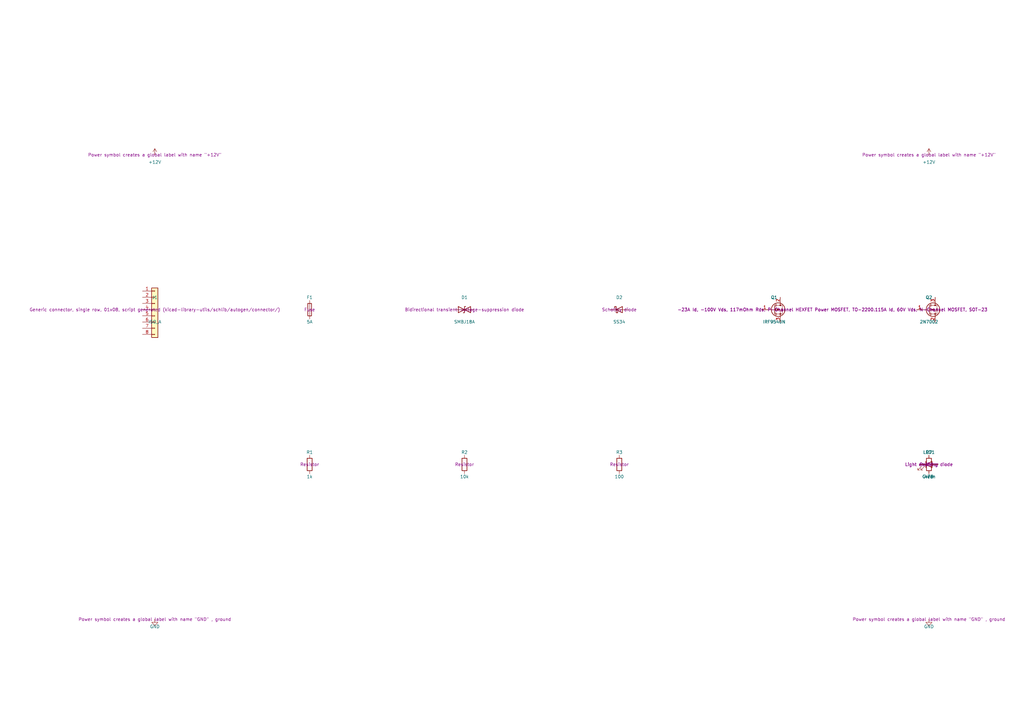
<source format=kicad_sch>
(kicad_sch (version 20250114) (generator "eeschema") (generator_version "9.0")
  (paper "A3")
  (title_block (title "WRX Power & CAN HAT") (date "2026-02-02T00:08:32.410828") (rev "1.0") (company "Auto-generated by Python"))
  (lib_symbols
    (symbol "Connector:Screw_Terminal_01x02" (pin_names (offset 1.016) (hide yes))
      (property "Reference" "J" (at 0 2.54 0))
      (property "Value" "Screw_Terminal_01x02" (at 0 -5.08 0))
      (symbol "Screw_Terminal_01x02_1_1"
        (rectangle (start -1.27 1.27) (end 1.27 -3.81) (stroke (width 0.254)) (fill (type background)))
        (polyline (pts (xy -0.5334 0.3302) (xy 0.3302 -0.508)) (stroke (width 0.1524)))
        (polyline (pts (xy -0.5334 -2.2098) (xy 0.3302 -3.048)) (stroke (width 0.1524)))
        (polyline (pts (xy -0.3556 0.508) (xy 0.508 -0.3302)) (stroke (width 0.1524)))
        (polyline (pts (xy -0.3556 -2.032) (xy 0.508 -2.8702)) (stroke (width 0.1524)))
        (circle (center 0 0) (radius 0.635) (stroke (width 0.1524)))
        (circle (center 0 -2.54) (radius 0.635) (stroke (width 0.1524)))
        (pin passive line (at -5.08 0 0) (length 3.81) (name "Pin_1") (number "1"))
        (pin passive line (at -5.08 -2.54 0) (length 3.81) (name "Pin_2") (number "2"))
      )
    )
    (symbol "Connector_Generic:Conn_01x02" (pin_names (offset 1.016) (hide yes))
      (property "Reference" "J" (at 0 2.54 0))
      (property "Value" "Conn_01x02" (at 0 -5.08 0))
      (symbol "Conn_01x02_1_1"
        (rectangle (start -1.27 1.27) (end 1.27 -3.81) (stroke (width 0.254)) (fill (type background)))
        (rectangle (start -1.27 0.127) (end 0 -0.127) (stroke (width 0.1524)))
        (rectangle (start -1.27 -2.413) (end 0 -2.667) (stroke (width 0.1524)))
        (pin passive line (at -5.08 0 0) (length 3.81) (name "Pin_1") (number "1"))
        (pin passive line (at -5.08 -2.54 0) (length 3.81) (name "Pin_2") (number "2"))
      )
    )
    (symbol "Connector_Generic:Conn_01x03" (pin_names (offset 1.016) (hide yes))
      (property "Reference" "J" (at 0 5.08 0))
      (property "Value" "Conn_01x03" (at 0 -5.08 0))
      (symbol "Conn_01x03_1_1"
        (rectangle (start -1.27 3.81) (end 1.27 -3.81) (stroke (width 0.254)) (fill (type background)))
        (rectangle (start -1.27 2.667) (end 0 2.413) (stroke (width 0.1524)))
        (rectangle (start -1.27 0.127) (end 0 -0.127) (stroke (width 0.1524)))
        (rectangle (start -1.27 -2.413) (end 0 -2.667) (stroke (width 0.1524)))
        (pin passive line (at -5.08 2.54 0) (length 3.81) (name "Pin_1") (number "1"))
        (pin passive line (at -5.08 0 0) (length 3.81) (name "Pin_2") (number "2"))
        (pin passive line (at -5.08 -2.54 0) (length 3.81) (name "Pin_3") (number "3"))
      )
    )
    (symbol "Connector_Generic:Conn_01x06" (pin_names (offset 1.016) (hide yes))
      (property "Reference" "J" (at 0 7.62 0))
      (property "Value" "Conn_01x06" (at 0 -10.16 0))
      (symbol "Conn_01x06_1_1"
        (rectangle (start -1.27 6.35) (end 1.27 -8.89) (stroke (width 0.254)) (fill (type background)))
        (rectangle (start -1.27 5.207) (end 0 4.953) (stroke (width 0.1524)))
        (rectangle (start -1.27 2.667) (end 0 2.413) (stroke (width 0.1524)))
        (rectangle (start -1.27 0.127) (end 0 -0.127) (stroke (width 0.1524)))
        (rectangle (start -1.27 -2.413) (end 0 -2.667) (stroke (width 0.1524)))
        (rectangle (start -1.27 -4.953) (end 0 -5.207) (stroke (width 0.1524)))
        (rectangle (start -1.27 -7.493) (end 0 -7.747) (stroke (width 0.1524)))
        (pin passive line (at -5.08 5.08 0) (length 3.81) (name "Pin_1") (number "1"))
        (pin passive line (at -5.08 2.54 0) (length 3.81) (name "Pin_2") (number "2"))
        (pin passive line (at -5.08 0 0) (length 3.81) (name "Pin_3") (number "3"))
        (pin passive line (at -5.08 -2.54 0) (length 3.81) (name "Pin_4") (number "4"))
        (pin passive line (at -5.08 -5.08 0) (length 3.81) (name "Pin_5") (number "5"))
        (pin passive line (at -5.08 -7.62 0) (length 3.81) (name "Pin_6") (number "6"))
      )
    )
    (symbol "Connector_Generic:Conn_01x08" (pin_names (offset 1.016) (hide yes))
      (property "Reference" "J" (at 0 10.16 0))
      (property "Value" "Conn_01x08" (at 0 -12.7 0))
      (symbol "Conn_01x08_1_1"
        (rectangle (start -1.27 8.89) (end 1.27 -11.43) (stroke (width 0.254)) (fill (type background)))
        (rectangle (start -1.27 7.747) (end 0 7.493) (stroke (width 0.1524)))
        (rectangle (start -1.27 5.207) (end 0 4.953) (stroke (width 0.1524)))
        (rectangle (start -1.27 2.667) (end 0 2.413) (stroke (width 0.1524)))
        (rectangle (start -1.27 0.127) (end 0 -0.127) (stroke (width 0.1524)))
        (rectangle (start -1.27 -2.413) (end 0 -2.667) (stroke (width 0.1524)))
        (rectangle (start -1.27 -4.953) (end 0 -5.207) (stroke (width 0.1524)))
        (rectangle (start -1.27 -7.493) (end 0 -7.747) (stroke (width 0.1524)))
        (rectangle (start -1.27 -10.033) (end 0 -10.287) (stroke (width 0.1524)))
        (pin passive line (at -5.08 7.62 0) (length 3.81) (name "Pin_1") (number "1"))
        (pin passive line (at -5.08 5.08 0) (length 3.81) (name "Pin_2") (number "2"))
        (pin passive line (at -5.08 2.54 0) (length 3.81) (name "Pin_3") (number "3"))
        (pin passive line (at -5.08 0 0) (length 3.81) (name "Pin_4") (number "4"))
        (pin passive line (at -5.08 -2.54 0) (length 3.81) (name "Pin_5") (number "5"))
        (pin passive line (at -5.08 -5.08 0) (length 3.81) (name "Pin_6") (number "6"))
        (pin passive line (at -5.08 -7.62 0) (length 3.81) (name "Pin_7") (number "7"))
        (pin passive line (at -5.08 -10.16 0) (length 3.81) (name "Pin_8") (number "8"))
      )
    )
    (symbol "Connector_Generic:Conn_01x16" (pin_names (offset 1.016) (hide yes))
      (property "Reference" "J" (at 0 20.32 0))
      (property "Value" "Conn_01x16" (at 0 -22.86 0))
      (symbol "Conn_01x16_1_1"
        (rectangle (start -1.27 19.05) (end 1.27 -21.59) (stroke (width 0.254)) (fill (type background)))
        (rectangle (start -1.27 17.907) (end 0 17.653) (stroke (width 0.1524)))
        (rectangle (start -1.27 15.367) (end 0 15.113) (stroke (width 0.1524)))
        (rectangle (start -1.27 12.827) (end 0 12.573) (stroke (width 0.1524)))
        (rectangle (start -1.27 10.287) (end 0 10.033) (stroke (width 0.1524)))
        (rectangle (start -1.27 7.747) (end 0 7.493) (stroke (width 0.1524)))
        (rectangle (start -1.27 5.207) (end 0 4.953) (stroke (width 0.1524)))
        (rectangle (start -1.27 2.667) (end 0 2.413) (stroke (width 0.1524)))
        (rectangle (start -1.27 0.127) (end 0 -0.127) (stroke (width 0.1524)))
        (rectangle (start -1.27 -2.413) (end 0 -2.667) (stroke (width 0.1524)))
        (rectangle (start -1.27 -4.953) (end 0 -5.207) (stroke (width 0.1524)))
        (rectangle (start -1.27 -7.493) (end 0 -7.747) (stroke (width 0.1524)))
        (rectangle (start -1.27 -10.033) (end 0 -10.287) (stroke (width 0.1524)))
        (rectangle (start -1.27 -12.573) (end 0 -12.827) (stroke (width 0.1524)))
        (rectangle (start -1.27 -15.113) (end 0 -15.367) (stroke (width 0.1524)))
        (rectangle (start -1.27 -17.653) (end 0 -17.907) (stroke (width 0.1524)))
        (rectangle (start -1.27 -20.193) (end 0 -20.447) (stroke (width 0.1524)))
        (pin passive line (at -5.08 17.78 0) (length 3.81) (name "Pin_1") (number "1"))
        (pin passive line (at -5.08 15.24 0) (length 3.81) (name "Pin_2") (number "2"))
        (pin passive line (at -5.08 12.7 0) (length 3.81) (name "Pin_3") (number "3"))
        (pin passive line (at -5.08 10.16 0) (length 3.81) (name "Pin_4") (number "4"))
        (pin passive line (at -5.08 7.62 0) (length 3.81) (name "Pin_5") (number "5"))
        (pin passive line (at -5.08 5.08 0) (length 3.81) (name "Pin_6") (number "6"))
        (pin passive line (at -5.08 2.54 0) (length 3.81) (name "Pin_7") (number "7"))
        (pin passive line (at -5.08 0 0) (length 3.81) (name "Pin_8") (number "8"))
        (pin passive line (at -5.08 -2.54 0) (length 3.81) (name "Pin_9") (number "9"))
        (pin passive line (at -5.08 -5.08 0) (length 3.81) (name "Pin_10") (number "10"))
        (pin passive line (at -5.08 -7.62 0) (length 3.81) (name "Pin_11") (number "11"))
        (pin passive line (at -5.08 -10.16 0) (length 3.81) (name "Pin_12") (number "12"))
        (pin passive line (at -5.08 -12.7 0) (length 3.81) (name "Pin_13") (number "13"))
        (pin passive line (at -5.08 -15.24 0) (length 3.81) (name "Pin_14") (number "14"))
        (pin passive line (at -5.08 -17.78 0) (length 3.81) (name "Pin_15") (number "15"))
        (pin passive line (at -5.08 -20.32 0) (length 3.81) (name "Pin_16") (number "16"))
      )
    )
    (symbol "Connector_Generic:Conn_02x03_Odd_Even" (pin_names (offset 1.016) (hide yes))
      (property "Reference" "J" (at 1.27 5.08 0))
      (property "Value" "Conn_02x03_Odd_Even" (at 1.27 -5.08 0))
      (symbol "Conn_02x03_Odd_Even_1_1"
        (rectangle (start -1.27 3.81) (end 3.81 -3.81) (stroke (width 0.254)) (fill (type background)))
        (rectangle (start -1.27 2.667) (end 0 2.413) (stroke (width 0.1524)))
        (rectangle (start -1.27 0.127) (end 0 -0.127) (stroke (width 0.1524)))
        (rectangle (start -1.27 -2.413) (end 0 -2.667) (stroke (width 0.1524)))
        (rectangle (start 3.81 2.667) (end 2.54 2.413) (stroke (width 0.1524)))
        (rectangle (start 3.81 0.127) (end 2.54 -0.127) (stroke (width 0.1524)))
        (rectangle (start 3.81 -2.413) (end 2.54 -2.667) (stroke (width 0.1524)))
        (pin passive line (at -5.08 2.54 0) (length 3.81) (name "Pin_1") (number "1"))
        (pin passive line (at -5.08 0 0) (length 3.81) (name "Pin_3") (number "3"))
        (pin passive line (at -5.08 -2.54 0) (length 3.81) (name "Pin_5") (number "5"))
        (pin passive line (at 7.62 2.54 180) (length 3.81) (name "Pin_2") (number "2"))
        (pin passive line (at 7.62 0 180) (length 3.81) (name "Pin_4") (number "4"))
        (pin passive line (at 7.62 -2.54 180) (length 3.81) (name "Pin_6") (number "6"))
      )
    )
    (symbol "Connector_Generic:Conn_02x20_Odd_Even" (pin_names (offset 1.016) (hide yes))
      (property "Reference" "J" (at 1.27 25.4 0))
      (property "Value" "Conn_02x20_Odd_Even" (at 1.27 -27.94 0))
      (symbol "Conn_02x20_Odd_Even_1_1"
        (rectangle (start -1.27 24.13) (end 3.81 -26.67) (stroke (width 0.254)) (fill (type background)))
        (rectangle (start -1.27 22.987) (end 0 22.733) (stroke (width 0.1524)))
        (rectangle (start -1.27 20.447) (end 0 20.193) (stroke (width 0.1524)))
        (rectangle (start -1.27 17.907) (end 0 17.653) (stroke (width 0.1524)))
        (rectangle (start -1.27 15.367) (end 0 15.113) (stroke (width 0.1524)))
        (rectangle (start -1.27 12.827) (end 0 12.573) (stroke (width 0.1524)))
        (rectangle (start -1.27 10.287) (end 0 10.033) (stroke (width 0.1524)))
        (rectangle (start -1.27 7.747) (end 0 7.493) (stroke (width 0.1524)))
        (rectangle (start -1.27 5.207) (end 0 4.953) (stroke (width 0.1524)))
        (rectangle (start -1.27 2.667) (end 0 2.413) (stroke (width 0.1524)))
        (rectangle (start -1.27 0.127) (end 0 -0.127) (stroke (width 0.1524)))
        (rectangle (start -1.27 -2.413) (end 0 -2.667) (stroke (width 0.1524)))
        (rectangle (start -1.27 -4.953) (end 0 -5.207) (stroke (width 0.1524)))
        (rectangle (start -1.27 -7.493) (end 0 -7.747) (stroke (width 0.1524)))
        (rectangle (start -1.27 -10.033) (end 0 -10.287) (stroke (width 0.1524)))
        (rectangle (start -1.27 -12.573) (end 0 -12.827) (stroke (width 0.1524)))
        (rectangle (start -1.27 -15.113) (end 0 -15.367) (stroke (width 0.1524)))
        (rectangle (start -1.27 -17.653) (end 0 -17.907) (stroke (width 0.1524)))
        (rectangle (start -1.27 -20.193) (end 0 -20.447) (stroke (width 0.1524)))
        (rectangle (start -1.27 -22.733) (end 0 -22.987) (stroke (width 0.1524)))
        (rectangle (start -1.27 -25.273) (end 0 -25.527) (stroke (width 0.1524)))
        (rectangle (start 3.81 22.987) (end 2.54 22.733) (stroke (width 0.1524)))
        (rectangle (start 3.81 20.447) (end 2.54 20.193) (stroke (width 0.1524)))
        (rectangle (start 3.81 17.907) (end 2.54 17.653) (stroke (width 0.1524)))
        (rectangle (start 3.81 15.367) (end 2.54 15.113) (stroke (width 0.1524)))
        (rectangle (start 3.81 12.827) (end 2.54 12.573) (stroke (width 0.1524)))
        (rectangle (start 3.81 10.287) (end 2.54 10.033) (stroke (width 0.1524)))
        (rectangle (start 3.81 7.747) (end 2.54 7.493) (stroke (width 0.1524)))
        (rectangle (start 3.81 5.207) (end 2.54 4.953) (stroke (width 0.1524)))
        (rectangle (start 3.81 2.667) (end 2.54 2.413) (stroke (width 0.1524)))
        (rectangle (start 3.81 0.127) (end 2.54 -0.127) (stroke (width 0.1524)))
        (rectangle (start 3.81 -2.413) (end 2.54 -2.667) (stroke (width 0.1524)))
        (rectangle (start 3.81 -4.953) (end 2.54 -5.207) (stroke (width 0.1524)))
        (rectangle (start 3.81 -7.493) (end 2.54 -7.747) (stroke (width 0.1524)))
        (rectangle (start 3.81 -10.033) (end 2.54 -10.287) (stroke (width 0.1524)))
        (rectangle (start 3.81 -12.573) (end 2.54 -12.827) (stroke (width 0.1524)))
        (rectangle (start 3.81 -15.113) (end 2.54 -15.367) (stroke (width 0.1524)))
        (rectangle (start 3.81 -17.653) (end 2.54 -17.907) (stroke (width 0.1524)))
        (rectangle (start 3.81 -20.193) (end 2.54 -20.447) (stroke (width 0.1524)))
        (rectangle (start 3.81 -22.733) (end 2.54 -22.987) (stroke (width 0.1524)))
        (rectangle (start 3.81 -25.273) (end 2.54 -25.527) (stroke (width 0.1524)))
        (pin passive line (at -5.08 22.86 0) (length 3.81) (name "Pin_1") (number "1"))
        (pin passive line (at -5.08 20.32 0) (length 3.81) (name "Pin_3") (number "3"))
        (pin passive line (at -5.08 17.78 0) (length 3.81) (name "Pin_5") (number "5"))
        (pin passive line (at -5.08 15.24 0) (length 3.81) (name "Pin_7") (number "7"))
        (pin passive line (at -5.08 12.7 0) (length 3.81) (name "Pin_9") (number "9"))
        (pin passive line (at -5.08 10.16 0) (length 3.81) (name "Pin_11") (number "11"))
        (pin passive line (at -5.08 7.62 0) (length 3.81) (name "Pin_13") (number "13"))
        (pin passive line (at -5.08 5.08 0) (length 3.81) (name "Pin_15") (number "15"))
        (pin passive line (at -5.08 2.54 0) (length 3.81) (name "Pin_17") (number "17"))
        (pin passive line (at -5.08 0 0) (length 3.81) (name "Pin_19") (number "19"))
        (pin passive line (at -5.08 -2.54 0) (length 3.81) (name "Pin_21") (number "21"))
        (pin passive line (at -5.08 -5.08 0) (length 3.81) (name "Pin_23") (number "23"))
        (pin passive line (at -5.08 -7.62 0) (length 3.81) (name "Pin_25") (number "25"))
        (pin passive line (at -5.08 -10.16 0) (length 3.81) (name "Pin_27") (number "27"))
        (pin passive line (at -5.08 -12.7 0) (length 3.81) (name "Pin_29") (number "29"))
        (pin passive line (at -5.08 -15.24 0) (length 3.81) (name "Pin_31") (number "31"))
        (pin passive line (at -5.08 -17.78 0) (length 3.81) (name "Pin_33") (number "33"))
        (pin passive line (at -5.08 -20.32 0) (length 3.81) (name "Pin_35") (number "35"))
        (pin passive line (at -5.08 -22.86 0) (length 3.81) (name "Pin_37") (number "37"))
        (pin passive line (at -5.08 -25.4 0) (length 3.81) (name "Pin_39") (number "39"))
        (pin passive line (at 7.62 22.86 180) (length 3.81) (name "Pin_2") (number "2"))
        (pin passive line (at 7.62 20.32 180) (length 3.81) (name "Pin_4") (number "4"))
        (pin passive line (at 7.62 17.78 180) (length 3.81) (name "Pin_6") (number "6"))
        (pin passive line (at 7.62 15.24 180) (length 3.81) (name "Pin_8") (number "8"))
        (pin passive line (at 7.62 12.7 180) (length 3.81) (name "Pin_10") (number "10"))
        (pin passive line (at 7.62 10.16 180) (length 3.81) (name "Pin_12") (number "12"))
        (pin passive line (at 7.62 7.62 180) (length 3.81) (name "Pin_14") (number "14"))
        (pin passive line (at 7.62 5.08 180) (length 3.81) (name "Pin_16") (number "16"))
        (pin passive line (at 7.62 2.54 180) (length 3.81) (name "Pin_18") (number "18"))
        (pin passive line (at 7.62 0 180) (length 3.81) (name "Pin_20") (number "20"))
        (pin passive line (at 7.62 -2.54 180) (length 3.81) (name "Pin_22") (number "22"))
        (pin passive line (at 7.62 -5.08 180) (length 3.81) (name "Pin_24") (number "24"))
        (pin passive line (at 7.62 -7.62 180) (length 3.81) (name "Pin_26") (number "26"))
        (pin passive line (at 7.62 -10.16 180) (length 3.81) (name "Pin_28") (number "28"))
        (pin passive line (at 7.62 -12.7 180) (length 3.81) (name "Pin_30") (number "30"))
        (pin passive line (at 7.62 -15.24 180) (length 3.81) (name "Pin_32") (number "32"))
        (pin passive line (at 7.62 -17.78 180) (length 3.81) (name "Pin_34") (number "34"))
        (pin passive line (at 7.62 -20.32 180) (length 3.81) (name "Pin_36") (number "36"))
        (pin passive line (at 7.62 -22.86 180) (length 3.81) (name "Pin_38") (number "38"))
        (pin passive line (at 7.62 -25.4 180) (length 3.81) (name "Pin_40") (number "40"))
      )
    )
    (symbol "Device:C" (pin_numbers (hide yes)) (pin_names (offset 0.254))
      (property "Reference" "C" (at 0.635 2.54 0))
      (property "Value" "C" (at 0.635 -2.54 0))
      (symbol "C_0_1"
        (polyline (pts (xy -2.032 0.762) (xy 2.032 0.762)) (stroke (width 0.508)))
        (polyline (pts (xy -2.032 -0.762) (xy 2.032 -0.762)) (stroke (width 0.508)))
      )
      (symbol "C_1_1"
        (pin passive line (at 0 3.81 270) (length 2.794) (name "~") (number "1"))
        (pin passive line (at 0 -3.81 90) (length 2.794) (name "~") (number "2"))
      )
    )
    (symbol "Device:Crystal" (pin_numbers (hide yes)) (pin_names (offset 1.016) (hide yes))
      (property "Reference" "Y" (at 0 3.81 0))
      (property "Value" "Crystal" (at 0 -3.81 0))
      (symbol "Crystal_0_1"
        (polyline (pts (xy -2.54 0) (xy -1.905 0)))
        (polyline (pts (xy -1.905 -1.27) (xy -1.905 1.27)) (stroke (width 0.508)))
        (rectangle (start -1.143 2.54) (end 1.143 -2.54) (stroke (width 0.3048)))
        (polyline (pts (xy 1.905 -1.27) (xy 1.905 1.27)) (stroke (width 0.508)))
        (polyline (pts (xy 2.54 0) (xy 1.905 0)))
      )
      (symbol "Crystal_1_1"
        (pin passive line (at -3.81 0 0) (length 1.27) (name "1") (number "1"))
        (pin passive line (at 3.81 0 180) (length 1.27) (name "2") (number "2"))
      )
    )
    (symbol "Device:D" (pin_numbers (hide yes)) (pin_names (offset 1.016) (hide yes))
      (property "Reference" "D" (at 0 2.54 0))
      (property "Value" "D" (at 0 -2.54 0))
      (symbol "D_0_1"
        (polyline (pts (xy -1.27 1.27) (xy -1.27 -1.27)) (stroke (width 0.254)))
        (polyline (pts (xy 1.27 1.27) (xy 1.27 -1.27) (xy -1.27 0) (xy 1.27 1.27)) (stroke (width 0.254)))
        (polyline (pts (xy 1.27 0) (xy -1.27 0)))
      )
      (symbol "D_1_1"
        (pin passive line (at -3.81 0 0) (length 2.54) (name "K") (number "1"))
        (pin passive line (at 3.81 0 180) (length 2.54) (name "A") (number "2"))
      )
    )
    (symbol "Device:D_Schottky" (pin_numbers (hide yes)) (pin_names (offset 1.016) (hide yes))
      (property "Reference" "D" (at 0 2.54 0))
      (property "Value" "D_Schottky" (at 0 -2.54 0))
      (symbol "D_Schottky_0_1"
        (polyline (pts (xy -1.905 0.635) (xy -1.905 1.27) (xy -1.27 1.27) (xy -1.27 -1.27) (xy -0.635 -1.27) (xy -0.635 -0.635)) (stroke (width 0.254)))
        (polyline (pts (xy 1.27 1.27) (xy 1.27 -1.27) (xy -1.27 0) (xy 1.27 1.27)) (stroke (width 0.254)))
        (polyline (pts (xy 1.27 0) (xy -1.27 0)))
      )
      (symbol "D_Schottky_1_1"
        (pin passive line (at -3.81 0 0) (length 2.54) (name "K") (number "1"))
        (pin passive line (at 3.81 0 180) (length 2.54) (name "A") (number "2"))
      )
    )
    (symbol "Device:D_TVS" (pin_numbers (hide yes)) (pin_names (offset 1.016) (hide yes))
      (property "Reference" "D" (at 0 2.54 0))
      (property "Value" "D_TVS" (at 0 -2.54 0))
      (symbol "D_TVS_0_1"
        (polyline (pts (xy -2.54 1.27) (xy -2.54 -1.27) (xy 2.54 1.27) (xy 2.54 -1.27) (xy -2.54 1.27)) (stroke (width 0.254)))
        (polyline (pts (xy 0.508 1.27) (xy 0 1.27) (xy 0 -1.27) (xy -0.508 -1.27)) (stroke (width 0.254)))
        (polyline (pts (xy 1.27 0) (xy -1.27 0)))
      )
      (symbol "D_TVS_1_1"
        (pin passive line (at -3.81 0 0) (length 2.54) (name "A1") (number "1"))
        (pin passive line (at 3.81 0 180) (length 2.54) (name "A2") (number "2"))
      )
    )
    (symbol "Device:Fuse" (pin_numbers (hide yes)) (pin_names (offset 0))
      (property "Reference" "F" (at 2.032 0 90))
      (property "Value" "Fuse" (at -1.905 0 90))
      (symbol "Fuse_0_1"
        (rectangle (start -0.762 -2.54) (end 0.762 2.54) (stroke (width 0.254)))
        (polyline (pts (xy 0 2.54) (xy 0 -2.54)))
      )
      (symbol "Fuse_1_1"
        (pin passive line (at 0 3.81 270) (length 1.27) (name "~") (number "1"))
        (pin passive line (at 0 -3.81 90) (length 1.27) (name "~") (number "2"))
      )
    )
    (symbol "Device:L" (pin_numbers (hide yes)) (pin_names (offset 1.016) (hide yes))
      (property "Reference" "L" (at -1.27 0 90))
      (property "Value" "L" (at 1.905 0 90))
      (symbol "L_0_1"
        (arc (start 0 2.54) (mid 0.6323 1.905) (end 0 1.27))
        (arc (start 0 1.27) (mid 0.6323 0.635) (end 0 0))
        (arc (start 0 0) (mid 0.6323 -0.635) (end 0 -1.27))
        (arc (start 0 -1.27) (mid 0.6323 -1.905) (end 0 -2.54))
      )
      (symbol "L_1_1"
        (pin passive line (at 0 3.81 270) (length 1.27) (name "1") (number "1"))
        (pin passive line (at 0 -3.81 90) (length 1.27) (name "2") (number "2"))
      )
    )
    (symbol "Device:LED" (pin_numbers (hide yes)) (pin_names (offset 1.016) (hide yes))
      (property "Reference" "D" (at 0 2.54 0))
      (property "Value" "LED" (at 0 -2.54 0))
      (symbol "LED_0_1"
        (polyline (pts (xy -3.048 -0.762) (xy -4.572 -2.286) (xy -3.81 -2.286) (xy -4.572 -2.286) (xy -4.572 -1.524)))
        (polyline (pts (xy -1.778 -0.762) (xy -3.302 -2.286) (xy -2.54 -2.286) (xy -3.302 -2.286) (xy -3.302 -1.524)))
        (polyline (pts (xy -1.27 0) (xy 1.27 0)))
        (polyline (pts (xy -1.27 -1.27) (xy -1.27 1.27)) (stroke (width 0.254)))
        (polyline (pts (xy 1.27 -1.27) (xy 1.27 1.27) (xy -1.27 0) (xy 1.27 -1.27)) (stroke (width 0.254)))
      )
      (symbol "LED_1_1"
        (pin passive line (at -3.81 0 0) (length 2.54) (name "K") (number "1"))
        (pin passive line (at 3.81 0 180) (length 2.54) (name "A") (number "2"))
      )
    )
    (symbol "Device:R" (pin_numbers (hide yes)) (pin_names (offset 0))
      (property "Reference" "R" (at 2.032 0 90))
      (property "Value" "R" (at 0 0 90))
      (symbol "R_0_1"
        (rectangle (start -1.016 -2.54) (end 1.016 2.54) (stroke (width 0.254)))
      )
      (symbol "R_1_1"
        (pin passive line (at 0 3.81 270) (length 1.27) (name "~") (number "1"))
        (pin passive line (at 0 -3.81 90) (length 1.27) (name "~") (number "2"))
      )
    )
    (symbol "Interface_CAN_LIN:SN65HVD230" (pin_names (offset 1.016))
      (property "Reference" "U" (at -2.54 10.16 0))
      (property "Value" "SN65HVD230" (at -2.54 7.62 0))
      (symbol "SN65HVD230_0_1"
        (rectangle (start -7.62 5.08) (end 7.62 -7.62) (stroke (width 0.254)) (fill (type background)))
      )
      (symbol "SN65HVD230_1_1"
        (pin input line (at -10.16 2.54 0) (length 2.54) (name "D") (number "1"))
        (pin output line (at -10.16 0 0) (length 2.54) (name "R") (number "4"))
        (pin output line (at -10.16 -2.54 0) (length 2.54) (name "Vref") (number "5"))
        (pin input line (at -10.16 -5.08 0) (length 2.54) (name "Rs") (number "8"))
        (pin power_in line (at 0 7.62 270) (length 2.54) (name "VCC") (number "3"))
        (pin power_in line (at 0 -10.16 90) (length 2.54) (name "GND") (number "2"))
        (pin bidirectional line (at 10.16 0 180) (length 2.54) (name "CANH") (number "7"))
        (pin bidirectional line (at 10.16 -2.54 180) (length 2.54) (name "CANL") (number "6"))
      )
    )
    (symbol "Isolator:LTV-817S" (pin_names (offset 1.016))
      (property "Reference" "U" (at -3.81 5.08 0))
      (property "Value" "LTV-817S" (at 0 -5.08 0))
      (symbol "LTV-817S_1_1"
        (rectangle (start -5.08 3.81) (end 5.08 -3.81) (stroke (width 0.254)) (fill (type background)))
        (polyline (pts (xy -5.08 2.54) (xy -2.54 2.54) (xy -2.54 -0.762)))
        (polyline (pts (xy -3.175 -0.635) (xy -1.905 -0.635)) (stroke (width 0.254)))
        (polyline (pts (xy -2.54 -0.635) (xy -2.54 -2.54) (xy -5.08 -2.54)))
        (polyline (pts (xy -2.54 -0.635) (xy -3.175 0.635) (xy -1.905 0.635) (xy -2.54 -0.635)) (stroke (width 0.254)))
        (polyline (pts (xy -0.508 0.508) (xy 0.762 0.508) (xy 0.381 0.381) (xy 0.381 0.635) (xy 0.762 0.508)))
        (polyline (pts (xy -0.508 -0.508) (xy 0.762 -0.508) (xy 0.381 -0.635) (xy 0.381 -0.381) (xy 0.762 -0.508)))
        (polyline (pts (xy 2.54 1.905) (xy 2.54 -1.905)) (stroke (width 0.508)))
        (polyline (pts (xy 2.54 0.635) (xy 4.445 2.54)))
        (polyline (pts (xy 3.048 -1.651) (xy 3.556 -1.143) (xy 4.064 -2.159) (xy 3.048 -1.651)) (fill (type outline)))
        (polyline (pts (xy 4.445 2.54) (xy 5.08 2.54)))
        (polyline (pts (xy 4.445 -2.54) (xy 2.54 -0.635)) (fill (type outline)))
        (polyline (pts (xy 4.445 -2.54) (xy 5.08 -2.54)))
        (pin passive line (at -7.62 2.54 0) (length 2.54) (name "~") (number "1"))
        (pin passive line (at -7.62 -2.54 0) (length 2.54) (name "~") (number "2"))
        (pin passive line (at 7.62 2.54 180) (length 2.54) (name "~") (number "4"))
        (pin passive line (at 7.62 -2.54 180) (length 2.54) (name "~") (number "3"))
      )
    )
    (symbol "Regulator_Linear:AMS1117-3.3"
      (property "Reference" "U" (at -3.81 3.175 0))
      (property "Value" "AMS1117-3.3" (at 0 3.175 0))
      (symbol "AMS1117-3.3_0_1"
        (rectangle (start -5.08 -5.08) (end 5.08 1.905) (stroke (width 0.254)) (fill (type background)))
      )
      (symbol "AMS1117-3.3_1_1"
        (pin power_in line (at -7.62 0 0) (length 2.54) (name "VI") (number "3"))
        (pin power_in line (at 0 -7.62 90) (length 2.54) (name "GND") (number "1"))
        (pin power_out line (at 7.62 0 180) (length 2.54) (name "VO") (number "2"))
      )
    )
    (symbol "Regulator_Switching:LM2596S-5"
      (property "Reference" "U" (at -10.16 6.35 0))
      (property "Value" "LM2596S-5" (at 0 6.35 0))
      (symbol "LM2596S-5_0_1"
        (rectangle (start -10.16 5.08) (end 10.16 -5.08) (stroke (width 0.254)) (fill (type background)))
      )
      (symbol "LM2596S-5_1_1"
        (pin power_in line (at -12.7 2.54 0) (length 2.54) (name "VIN") (number "1"))
        (pin input line (at -12.7 -2.54 0) (length 2.54) (name "~{ON}/OFF") (number "5"))
        (pin power_in line (at 0 -7.62 90) (length 2.54) (name "GND") (number "3"))
        (pin input line (at 12.7 2.54 180) (length 2.54) (name "FB") (number "4"))
        (pin output line (at 12.7 -2.54 180) (length 2.54) (name "OUT") (number "2"))
      )
    )
    (symbol "Transistor_FET:2N7002" (pin_names (offset 0) (hide yes))
      (property "Reference" "Q" (at 5.08 1.905 0))
      (property "Value" "2N7002" (at 5.08 0 0))
      (symbol "2N7002_0_1"
        (polyline (pts (xy 0.254 1.905) (xy 0.254 -1.905)) (stroke (width 0.254)))
        (polyline (pts (xy 0.254 0) (xy -2.54 0)))
        (polyline (pts (xy 0.762 2.286) (xy 0.762 1.27)) (stroke (width 0.254)))
        (polyline (pts (xy 0.762 0.508) (xy 0.762 -0.508)) (stroke (width 0.254)))
        (polyline (pts (xy 0.762 -1.27) (xy 0.762 -2.286)) (stroke (width 0.254)))
        (polyline (pts (xy 0.762 -1.778) (xy 3.302 -1.778) (xy 3.302 1.778) (xy 0.762 1.778)))
        (polyline (pts (xy 1.016 0) (xy 2.032 0.381) (xy 2.032 -0.381) (xy 1.016 0)) (fill (type outline)))
        (circle (center 1.651 0) (radius 2.794) (stroke (width 0.254)))
        (polyline (pts (xy 2.54 2.54) (xy 2.54 1.778)))
        (circle (center 2.54 1.778) (radius 0.254) (fill (type outline)))
        (circle (center 2.54 -1.778) (radius 0.254) (fill (type outline)))
        (polyline (pts (xy 2.54 -2.54) (xy 2.54 0) (xy 0.762 0)))
        (polyline (pts (xy 2.921 0.381) (xy 3.683 0.381)))
        (polyline (pts (xy 3.302 0.381) (xy 2.921 -0.254) (xy 3.683 -0.254) (xy 3.302 0.381)))
      )
      (symbol "2N7002_1_1"
        (pin input line (at -5.08 0 0) (length 2.54) (name "G") (number "1"))
        (pin passive line (at 2.54 5.08 270) (length 2.54) (name "D") (number "3"))
        (pin passive line (at 2.54 -5.08 90) (length 2.54) (name "S") (number "2"))
      )
    )
    (symbol "Transistor_FET:IRF9540N" (pin_names (hide yes))
      (property "Reference" "Q" (at 5.08 1.905 0))
      (property "Value" "IRF9540N" (at 5.08 0 0))
      (symbol "IRF9540N_0_1"
        (polyline (pts (xy 0.254 1.905) (xy 0.254 -1.905)) (stroke (width 0.254)))
        (polyline (pts (xy 0.254 0) (xy -2.54 0)))
        (polyline (pts (xy 0.762 2.286) (xy 0.762 1.27)) (stroke (width 0.254)))
        (polyline (pts (xy 0.762 1.778) (xy 3.302 1.778) (xy 3.302 -1.778) (xy 0.762 -1.778)))
        (polyline (pts (xy 0.762 0.508) (xy 0.762 -0.508)) (stroke (width 0.254)))
        (polyline (pts (xy 0.762 -1.27) (xy 0.762 -2.286)) (stroke (width 0.254)))
        (circle (center 1.651 0) (radius 2.794) (stroke (width 0.254)))
        (polyline (pts (xy 2.286 0) (xy 1.27 0.381) (xy 1.27 -0.381) (xy 2.286 0)) (fill (type outline)))
        (polyline (pts (xy 2.54 2.54) (xy 2.54 1.778)))
        (circle (center 2.54 1.778) (radius 0.254) (fill (type outline)))
        (circle (center 2.54 -1.778) (radius 0.254) (fill (type outline)))
        (polyline (pts (xy 2.54 -2.54) (xy 2.54 0) (xy 0.762 0)))
        (polyline (pts (xy 2.794 -0.508) (xy 2.921 -0.381) (xy 3.683 -0.381) (xy 3.81 -0.254)))
        (polyline (pts (xy 3.302 -0.381) (xy 2.921 0.254) (xy 3.683 0.254) (xy 3.302 -0.381)))
      )
      (symbol "IRF9540N_1_1"
        (pin input line (at -5.08 0 0) (length 2.54) (name "G") (number "1"))
        (pin passive line (at 2.54 5.08 270) (length 2.54) (name "D") (number "2"))
        (pin passive line (at 2.54 -5.08 90) (length 2.54) (name "S") (number "3"))
      )
    )
    (symbol "power:+12V" (power) (pin_numbers (hide yes)) (pin_names (offset 0) (hide yes))
      (property "Value" "+12V" (at 0 3.556 0))
      (symbol "+12V_0_1"
        (polyline (pts (xy -0.762 1.27) (xy 0 2.54)))
        (polyline (pts (xy 0 2.54) (xy 0.762 1.27)))
        (polyline (pts (xy 0 0) (xy 0 2.54)))
      )
      (symbol "+12V_1_1"
        (pin power_in line (at 0 0 90) (length 0) (name "~") (number "1"))
      )
    )
    (symbol "power:+3.3V" (power) (pin_numbers (hide yes)) (pin_names (offset 0) (hide yes))
      (property "Value" "+3.3V" (at 0 3.556 0))
      (symbol "+3.3V_0_1"
        (polyline (pts (xy -0.762 1.27) (xy 0 2.54)))
        (polyline (pts (xy 0 2.54) (xy 0.762 1.27)))
        (polyline (pts (xy 0 0) (xy 0 2.54)))
      )
      (symbol "+3.3V_1_1"
        (pin power_in line (at 0 0 90) (length 0) (name "~") (number "1"))
      )
    )
    (symbol "power:+5V" (power) (pin_numbers (hide yes)) (pin_names (offset 0) (hide yes))
      (property "Value" "+5V" (at 0 3.556 0))
      (symbol "+5V_0_1"
        (polyline (pts (xy -0.762 1.27) (xy 0 2.54)))
        (polyline (pts (xy 0 2.54) (xy 0.762 1.27)))
        (polyline (pts (xy 0 0) (xy 0 2.54)))
      )
      (symbol "+5V_1_1"
        (pin power_in line (at 0 0 90) (length 0) (name "~") (number "1"))
      )
    )
    (symbol "power:GND" (power) (pin_numbers (hide yes)) (pin_names (offset 0) (hide yes))
      (property "Value" "GND" (at 0 -3.81 0))
      (symbol "GND_0_1"
        (polyline (pts (xy 0 0) (xy 0 -1.27) (xy 1.27 -1.27) (xy 0 -2.54) (xy -1.27 -1.27) (xy 0 -1.27)))
      )
      (symbol "GND_1_1"
        (pin power_in line (at 0 0 270) (length 0) (name "~") (number "1"))
      )
    )
  )
  (symbol (lib_id "Device:C") (at 635 190.5 0) (unit 1)
    (property "Reference" "C10" (at 635 185.5 0))
    (property "Value" "10uF" (at 635 195.5 0))
    (property "Description" "Unpolarized capacitor" (at 635 190.5 0))
  )
  (symbol (lib_id "Device:R") (at 254 381 0) (unit 1)
    (property "Reference" "R4" (at 254 376 0))
    (property "Value" "1.5k" (at 254 386 0))
    (property "Description" "Resistor" (at 254 381 0))
  )
  (symbol (lib_id "Device:R") (at 317.5 381 0) (unit 1)
    (property "Reference" "R5" (at 317.5 376 0))
    (property "Value" "1k" (at 317.5 386 0))
    (property "Description" "Resistor" (at 317.5 381 0))
  )
  (symbol (lib_id "Device:Crystal") (at 190.5 571.5 0) (unit 1)
    (property "Reference" "Y1" (at 190.5 566.5 0))
    (property "Value" "8MHz" (at 190.5 576.5 0))
    (property "Description" "Two pin crystal" (at 190.5 571.5 0))
  )
  (symbol (lib_id "Device:C") (at 698.5 762 0) (unit 1)
    (property "Reference" "C14" (at 698.5 757 0))
    (property "Value" "2.2uF" (at 698.5 767 0))
    (property "Description" "Unpolarized capacitor" (at 698.5 762 0))
  )
  (symbol (lib_id "Connector_Generic:Conn_01x16") (at 444.5 508 0) (unit 1)
    (property "Reference" "J3" (at 444.5 503 0))
    (property "Value" "OBD-II" (at 444.5 513 0))
    (property "Description" "Generic connector, single row, 01x16, script generated (kicad-library-utils/schlib/autogen/connector/)" (at 444.5 508 0))
  )
  (symbol (lib_id "Connector_Generic:Conn_01x02") (at 635 571.5 0) (unit 1)
    (property "Reference" "J6" (at 635 566.5 0))
    (property "Value" "FAN" (at 635 576.5 0))
    (property "Description" "Generic connector, single row, 01x02, script generated (kicad-library-utils/schlib/autogen/connector/)" (at 635 571.5 0))
  )
  (symbol (lib_id "Device:CP") (at 190.5 381 0) (unit 1)
    (property "Reference" "C?" (at 190.5 376 0))
    (property "Value" "220uF" (at 190.5 386 0))
  )
  (symbol (lib_id "Device:R") (at 635 381 0) (unit 1)
    (property "Reference" "R16" (at 635 376 0))
    (property "Value" "470" (at 635 386 0))
    (property "Description" "Resistor" (at 635 381 0))
  )
  (symbol (lib_id "Device:R") (at 381 508 0) (unit 1)
    (property "Reference" "R8" (at 381 503 0))
    (property "Value" "120" (at 381 513 0))
    (property "Description" "Resistor" (at 381 508 0))
  )
  (symbol (lib_id "Device:D") (at 635 508 0) (unit 1)
    (property "Reference" "D4" (at 635 503 0))
    (property "Value" "1N4148" (at 635 513 0))
    (property "Description" "Diode" (at 635 508 0))
    (property "Sim.Device" "D" (effects (hide yes)))
    (property "Sim.Pins" "1=K 2=A" (effects (hide yes)))
  )
  (symbol (lib_id "Device:C") (at 635 698.5 0) (unit 1)
    (property "Reference" "C11" (at 635 693.5 0))
    (property "Value" "1uF" (at 635 703.5 0))
    (property "Description" "Unpolarized capacitor" (at 635 698.5 0))
  )
  (symbol (lib_id "Connector:Screw_Terminal_01x02") (at 444.5 571.5 0) (unit 1)
    (property "Reference" "J4" (at 444.5 566.5 0))
    (property "Value" "CAN_Term" (at 444.5 576.5 0))
    (property "Description" "Generic screw terminal, single row, 01x02, script generated (kicad-library-utils/schlib/autogen/connector/)" (at 444.5 571.5 0))
  )
  (symbol (lib_id "Device:D_Schottky") (at 254 127 0) (unit 1)
    (property "Reference" "D2" (at 254 122 0))
    (property "Value" "SS34" (at 254 132 0))
    (property "Description" "Schottky diode" (at 254 127 0))
  )
  (symbol (lib_id "Device:C") (at 571.5 190.5 0) (unit 1)
    (property "Reference" "C8" (at 571.5 185.5 0))
    (property "Value" "100nF" (at 571.5 195.5 0))
    (property "Description" "Unpolarized capacitor" (at 571.5 190.5 0))
  )
  (symbol (lib_id "Device:C") (at 381 571.5 0) (unit 1)
    (property "Reference" "C6" (at 381 566.5 0))
    (property "Value" "22pF" (at 381 576.5 0))
    (property "Description" "Unpolarized capacitor" (at 381 571.5 0))
  )
  (symbol (lib_id "Device:C") (at 635 762 0) (unit 1)
    (property "Reference" "C12" (at 635 757 0))
    (property "Value" "2.2uF" (at 635 767 0))
    (property "Description" "Unpolarized capacitor" (at 635 762 0))
  )
  (symbol (lib_id "Device:CP") (at 317.5 190.5 0) (unit 1)
    (property "Reference" "C?" (at 317.5 185.5 0))
    (property "Value" "100uF" (at 317.5 195.5 0))
  )
  (symbol (lib_id "Device:L") (at 190.5 317.5 0) (unit 1)
    (property "Reference" "L1" (at 190.5 312.5 0))
    (property "Value" "33uH" (at 190.5 322.5 0))
    (property "Description" "Inductor" (at 190.5 317.5 0))
  )
  (symbol (lib_id "Connector_Generic:Conn_01x08") (at 63.5 127 0) (unit 1)
    (property "Reference" "J1" (at 63.5 122 0))
    (property "Value" "ISO_A" (at 63.5 132 0))
    (property "Description" "Generic connector, single row, 01x08, script generated (kicad-library-utils/schlib/autogen/connector/)" (at 63.5 127 0))
  )
  (symbol (lib_id "Regulator_Linear:AMS1117-3.3") (at 127 698.5 0) (unit 1)
    (property "Reference" "U2" (at 127 693.5 0))
    (property "Value" "AMS1117-3.3" (at 127 703.5 0))
    (property "Footprint" "Package_TO_SOT_SMD:SOT-223-3_TabPin2" (effects (hide yes)))
    (property "Datasheet" "http://www.advanced-monolithic.com/pdf/ds1117.pdf" (effects (hide yes)))
    (property "Description" "1A Low Dropout regulator, positive, 3.3V fixed output, SOT-223" (at 127 698.5 0))
  )
  (symbol (lib_id "power:+12V") (at 63.5 63.5 0) (unit 1)
    (property "Reference" "#PWR01" (effects (hide yes)))
    (property "Value" "+12V" (at 63.5 66.5 0))
    (property "Description" "Power symbol creates a global label with name \"+12V\"" (at 63.5 63.5 0))
  )
  (symbol (lib_id "power:GND") (at 698.5 254 0) (unit 1)
    (property "Reference" "#PWR07" (effects (hide yes)))
    (property "Value" "GND" (at 698.5 257 0))
    (property "Description" "Power symbol creates a global label with name \"GND\" , ground" (at 698.5 254 0))
  )
  (symbol (lib_id "Connector_Generic:Conn_02x20_Odd_Even") (at 381 698.5 0) (unit 1)
    (property "Reference" "J2" (at 381 693.5 0))
    (property "Value" "Pi_GPIO" (at 381 703.5 0))
    (property "Description" "Generic connector, double row, 02x20, odd/even pin numbering scheme (row 1 odd numbers, row 2 even numbers), script generated (kicad-library-utils/schlib/autogen/connector/)" (at 381 698.5 0))
  )
  (symbol (lib_id "Device:C") (at 254 698.5 0) (unit 1)
    (property "Reference" "C4" (at 254 693.5 0))
    (property "Value" "10uF" (at 254 703.5 0))
    (property "Description" "Unpolarized capacitor" (at 254 698.5 0))
  )
  (symbol (lib_id "Device:R") (at 571.5 825.5 0) (unit 1)
    (property "Reference" "R15" (at 571.5 820.5 0))
    (property "Value" "1k" (at 571.5 830.5 0))
    (property "Description" "Resistor" (at 571.5 825.5 0))
  )
  (symbol (lib_id "MCU_Microchip_ATtiny:ATtiny85-20PU") (at 444.5 317.5 0) (unit 1)
    (property "Reference" "U?" (at 444.5 312.5 0))
    (property "Value" "ATtiny85" (at 444.5 322.5 0))
  )
  (symbol (lib_id "Device:C") (at 444.5 381 0) (unit 1)
    (property "Reference" "C7" (at 444.5 376 0))
    (property "Value" "100nF" (at 444.5 386 0))
    (property "Description" "Unpolarized capacitor" (at 444.5 381 0))
  )
  (symbol (lib_id "power:+3.3V") (at 63.5 635 0) (unit 1)
    (property "Reference" "#PWR03" (effects (hide yes)))
    (property "Value" "+3.3V" (at 63.5 638 0))
    (property "Description" "Power symbol creates a global label with name \"+3.3V\"" (at 63.5 635 0))
  )
  (symbol (lib_id "Device:R") (at 698.5 825.5 0) (unit 1)
    (property "Reference" "R18" (at 698.5 820.5 0))
    (property "Value" "1k" (at 698.5 830.5 0))
    (property "Description" "Resistor" (at 698.5 825.5 0))
  )
  (symbol (lib_id "Device:R") (at 571.5 571.5 0) (unit 1)
    (property "Reference" "R14" (at 571.5 566.5 0))
    (property "Value" "1k" (at 571.5 576.5 0))
    (property "Description" "Resistor" (at 571.5 571.5 0))
  )
  (symbol (lib_id "Connector_Generic:Conn_01x03") (at 698.5 571.5 0) (unit 1)
    (property "Reference" "JP2" (at 698.5 566.5 0))
    (property "Value" "5V/12V" (at 698.5 576.5 0))
    (property "Description" "Generic connector, single row, 01x03, script generated (kicad-library-utils/schlib/autogen/connector/)" (at 698.5 571.5 0))
  )
  (symbol (lib_id "Isolator:LTV-817S") (at 444.5 127 0) (unit 1)
    (property "Reference" "U4" (at 444.5 122 0))
    (property "Value" "LTV-817S" (at 444.5 132 0))
    (property "Footprint" "Package_DIP:SMDIP-4_W9.53mm" (effects (hide yes)))
    (property "Datasheet" "http://www.us.liteon.com/downloads/LTV-817-827-847.PDF" (effects (hide yes)))
    (property "Description" "DC Optocoupler, Vce 35V, CTR 50%, SMDIP-4" (at 444.5 127 0))
  )
  (symbol (lib_id "Device:R") (at 317.5 508 0) (unit 1)
    (property "Reference" "R6" (at 317.5 503 0))
    (property "Value" "10k" (at 317.5 513 0))
    (property "Description" "Resistor" (at 317.5 508 0))
  )
  (symbol (lib_id "Device:R") (at 508 190.5 0) (unit 1)
    (property "Reference" "R11" (at 508 185.5 0))
    (property "Value" "10k" (at 508 195.5 0))
    (property "Description" "Resistor" (at 508 190.5 0))
  )
  (symbol (lib_id "Connector_Generic:Conn_01x02") (at 508 571.5 0) (unit 1)
    (property "Reference" "JP1" (at 508 566.5 0))
    (property "Value" "Jumper" (at 508 576.5 0))
    (property "Description" "Generic connector, single row, 01x02, script generated (kicad-library-utils/schlib/autogen/connector/)" (at 508 571.5 0))
  )
  (symbol (lib_id "Device:R") (at 571.5 381 0) (unit 1)
    (property "Reference" "R13" (at 571.5 376 0))
    (property "Value" "470" (at 571.5 386 0))
    (property "Description" "Resistor" (at 571.5 381 0))
  )
  (symbol (lib_id "Device:C") (at 190.5 698.5 0) (unit 1)
    (property "Reference" "C2" (at 190.5 693.5 0))
    (property "Value" "10uF" (at 190.5 703.5 0))
    (property "Description" "Unpolarized capacitor" (at 190.5 698.5 0))
  )
  (symbol (lib_id "Device:R") (at 635 825.5 0) (unit 1)
    (property "Reference" "R17" (at 635 820.5 0))
    (property "Value" "1k" (at 635 830.5 0))
    (property "Description" "Resistor" (at 635 825.5 0))
  )
  (symbol (lib_id "Device:R") (at 444.5 127 0) (unit 1)
    (property "Reference" "R9" (at 444.5 122 0))
    (property "Value" "10k" (at 444.5 132 0))
    (property "Description" "Resistor" (at 444.5 127 0))
  )
  (symbol (lib_id "Device:D_Schottky") (at 254 317.5 0) (unit 1)
    (property "Reference" "D3" (at 254 312.5 0))
    (property "Value" "SS54" (at 254 322.5 0))
    (property "Description" "Schottky diode" (at 254 317.5 0))
  )
  (symbol (lib_id "Regulator_Switching:LM2596S-5") (at 127 317.5 0) (unit 1)
    (property "Reference" "U1" (at 127 312.5 0))
    (property "Value" "LM2596S-5.0" (at 127 322.5 0))
    (property "Footprint" "Package_TO_SOT_SMD:TO-263-5_TabPin3" (effects (hide yes)))
    (property "Datasheet" "http://www.ti.com/lit/ds/symlink/lm2596.pdf" (effects (hide yes)))
    (property "Description" "5V 3A Step-Down Voltage Regulator, TO-263" (at 127 317.5 0))
  )
  (symbol (lib_id "Device:R") (at 508 381 0) (unit 1)
    (property "Reference" "R12" (at 508 376 0))
    (property "Value" "10k" (at 508 386 0))
    (property "Description" "Resistor" (at 508 381 0))
  )
  (symbol (lib_id "Connector_Generic:Conn_01x06") (at 825.5 762 0) (unit 1)
    (property "Reference" "J7" (at 825.5 757 0))
    (property "Value" "Audio" (at 825.5 767 0))
    (property "Description" "Generic connector, single row, 01x06, script generated (kicad-library-utils/schlib/autogen/connector/)" (at 825.5 762 0))
  )
  (symbol (lib_id "Device:C") (at 571.5 762 0) (unit 1)
    (property "Reference" "C9" (at 571.5 757 0))
    (property "Value" "2.2uF" (at 571.5 767 0))
    (property "Description" "Unpolarized capacitor" (at 571.5 762 0))
  )
  (symbol (lib_id "Connector_Generic:Conn_01x16") (at 571.5 698.5 0) (unit 1)
    (property "Reference" "U5" (at 571.5 693.5 0))
    (property "Value" "PCM5142" (at 571.5 703.5 0))
    (property "Description" "Generic connector, single row, 01x16, script generated (kicad-library-utils/schlib/autogen/connector/)" (at 571.5 698.5 0))
  )
  (symbol (lib_id "Transistor_FET:2N7002") (at 381 127 0) (unit 1)
    (property "Reference" "Q2" (at 381 122 0))
    (property "Value" "2N7002" (at 381 132 0))
    (property "Footprint" "Package_TO_SOT_SMD:SOT-23" (effects (hide yes)))
    (property "Datasheet" "https://www.onsemi.com/pub/Collateral/NDS7002A-D.PDF" (effects (hide yes)))
    (property "Description" "0.115A Id, 60V Vds, N-Channel MOSFET, SOT-23" (at 381 127 0))
  )
  (symbol (lib_id "power:GND") (at 63.5 254 0) (unit 1)
    (property "Reference" "#PWR02" (effects (hide yes)))
    (property "Value" "GND" (at 63.5 257 0))
    (property "Description" "Power symbol creates a global label with name \"GND\" , ground" (at 63.5 254 0))
  )
  (symbol (lib_id "Device:LED") (at 571.5 317.5 0) (unit 1)
    (property "Reference" "LED3" (at 571.5 312.5 0))
    (property "Value" "Yellow" (at 571.5 322.5 0))
    (property "Description" "Light emitting diode" (at 571.5 317.5 0))
    (property "Sim.Pins" "1=K 2=A" (effects (hide yes)))
  )
  (symbol (lib_id "Device:C") (at 254 571.5 0) (unit 1)
    (property "Reference" "C3" (at 254 566.5 0))
    (property "Value" "100nF" (at 254 576.5 0))
    (property "Description" "Unpolarized capacitor" (at 254 571.5 0))
  )
  (symbol (lib_id "Device:R") (at 444.5 190.5 0) (unit 1)
    (property "Reference" "R10" (at 444.5 185.5 0))
    (property "Value" "1k" (at 444.5 195.5 0))
    (property "Description" "Resistor" (at 444.5 190.5 0))
  )
  (symbol (lib_id "Device:R") (at 190.5 190.5 0) (unit 1)
    (property "Reference" "R2" (at 190.5 185.5 0))
    (property "Value" "10k" (at 190.5 195.5 0))
    (property "Description" "Resistor" (at 190.5 190.5 0))
  )
  (symbol (lib_id "Device:LED") (at 508 317.5 0) (unit 1)
    (property "Reference" "LED2" (at 508 312.5 0))
    (property "Value" "Red" (at 508 322.5 0))
    (property "Description" "Light emitting diode" (at 508 317.5 0))
    (property "Sim.Pins" "1=K 2=A" (effects (hide yes)))
  )
  (symbol (lib_id "Transistor_FET:2N7002") (at 571.5 508 0) (unit 1)
    (property "Reference" "Q3" (at 571.5 503 0))
    (property "Value" "2N7002" (at 571.5 513 0))
    (property "Footprint" "Package_TO_SOT_SMD:SOT-23" (effects (hide yes)))
    (property "Datasheet" "https://www.onsemi.com/pub/Collateral/NDS7002A-D.PDF" (effects (hide yes)))
    (property "Description" "0.115A Id, 60V Vds, N-Channel MOSFET, SOT-23" (at 571.5 508 0))
  )
  (symbol (lib_id "Device:LED") (at 381 190.5 0) (unit 1)
    (property "Reference" "LED1" (at 381 185.5 0))
    (property "Value" "Green" (at 381 195.5 0))
    (property "Description" "Light emitting diode" (at 381 190.5 0))
    (property "Sim.Pins" "1=K 2=A" (effects (hide yes)))
  )
  (symbol (lib_id "Interface_CAN_LIN:SN65HVD230") (at 254 508 0) (unit 1)
    (property "Reference" "U3" (at 254 503 0))
    (property "Value" "SN65HVD230" (at 254 513 0))
    (property "Footprint" "Package_SO:SOIC-8_3.9x4.9mm_P1.27mm" (effects (hide yes)))
    (property "Datasheet" "http://www.ti.com/lit/ds/symlink/sn65hvd230.pdf" (effects (hide yes)))
    (property "Description" "CAN Bus Transceivers, 3.3V, 1Mbps, Low-Power capabilities, SOIC-8" (at 254 508 0))
  )
  (symbol (lib_id "Device:R") (at 254 190.5 0) (unit 1)
    (property "Reference" "R3" (at 254 185.5 0))
    (property "Value" "100" (at 254 195.5 0))
    (property "Description" "Resistor" (at 254 190.5 0))
  )
  (symbol (lib_id "Device:C") (at 698.5 698.5 0) (unit 1)
    (property "Reference" "C13" (at 698.5 693.5 0))
    (property "Value" "1uF" (at 698.5 703.5 0))
    (property "Description" "Unpolarized capacitor" (at 698.5 698.5 0))
  )
  (symbol (lib_id "power:+5V") (at 381 444.5 0) (unit 1)
    (property "Reference" "#PWR06" (effects (hide yes)))
    (property "Value" "+5V" (at 381 447.5 0))
    (property "Description" "Power symbol creates a global label with name \"+5V\"" (at 381 444.5 0))
  )
  (symbol (lib_id "Device:C") (at 762 762 0) (unit 1)
    (property "Reference" "C15" (at 762 757 0))
    (property "Value" "2.2uF" (at 762 767 0))
    (property "Description" "Unpolarized capacitor" (at 762 762 0))
  )
  (symbol (lib_id "Device:R") (at 381 190.5 0) (unit 1)
    (property "Reference" "R7" (at 381 185.5 0))
    (property "Value" "470" (at 381 195.5 0))
    (property "Description" "Resistor" (at 381 190.5 0))
  )
  (symbol (lib_id "Connector_Generic:Conn_02x03_Odd_Even") (at 635 317.5 0) (unit 1)
    (property "Reference" "J5" (at 635 312.5 0))
    (property "Value" "ISP" (at 635 322.5 0))
    (property "Description" "Generic connector, double row, 02x03, odd/even pin numbering scheme (row 1 odd numbers, row 2 even numbers), script generated (kicad-library-utils/schlib/autogen/connector/)" (at 635 317.5 0))
  )
  (symbol (lib_id "Interface_CAN_LIN:MCP2515-I_SO") (at 127 508 0) (unit 1)
    (property "Reference" "U?" (at 127 503 0))
    (property "Value" "MCP2515" (at 127 513 0))
  )
  (symbol (lib_id "Device:C") (at 127 571.5 0) (unit 1)
    (property "Reference" "C1" (at 127 566.5 0))
    (property "Value" "100nF" (at 127 576.5 0))
    (property "Description" "Unpolarized capacitor" (at 127 571.5 0))
  )
  (symbol (lib_id "Device:R") (at 762 825.5 0) (unit 1)
    (property "Reference" "R19" (at 762 820.5 0))
    (property "Value" "1k" (at 762 830.5 0))
    (property "Description" "Resistor" (at 762 825.5 0))
  )
  (symbol (lib_id "Device:R") (at 127 190.5 0) (unit 1)
    (property "Reference" "R1" (at 127 185.5 0))
    (property "Value" "1k" (at 127 195.5 0))
    (property "Description" "Resistor" (at 127 190.5 0))
  )
  (symbol (lib_id "Device:D_TVS") (at 190.5 127 0) (unit 1)
    (property "Reference" "D1" (at 190.5 122 0))
    (property "Value" "SMBJ18A" (at 190.5 132 0))
    (property "Description" "Bidirectional transient-voltage-suppression diode" (at 190.5 127 0))
  )
  (symbol (lib_id "Device:Fuse") (at 127 127 0) (unit 1)
    (property "Reference" "F1" (at 127 122 0))
    (property "Value" "5A" (at 127 132 0))
    (property "Description" "Fuse" (at 127 127 0))
  )
  (symbol (lib_id "Device:C") (at 317.5 571.5 0) (unit 1)
    (property "Reference" "C5" (at 317.5 566.5 0))
    (property "Value" "22pF" (at 317.5 576.5 0))
    (property "Description" "Unpolarized capacitor" (at 317.5 571.5 0))
  )
  (symbol (lib_id "Transistor_FET:IRF9540N") (at 317.5 127 0) (unit 1)
    (property "Reference" "Q1" (at 317.5 122 0))
    (property "Value" "IRF9540N" (at 317.5 132 0))
    (property "Footprint" "Package_TO_SOT_THT:TO-220-3_Vertical" (effects (hide yes)))
    (property "Datasheet" "http://www.irf.com/product-info/datasheets/data/irf9540n.pdf" (effects (hide yes)))
    (property "Description" "-23A Id, -100V Vds, 117mOhm Rds, P-Channel HEXFET Power MOSFET, TO-220" (at 317.5 127 0))
  )
  (symbol (lib_id "power:+12V") (at 381 63.5 0) (unit 1)
    (property "Reference" "#PWR04" (effects (hide yes)))
    (property "Value" "+12V" (at 381 66.5 0))
    (property "Description" "Power symbol creates a global label with name \"+12V\"" (at 381 63.5 0))
  )
  (symbol (lib_id "power:GND") (at 381 254 0) (unit 1)
    (property "Reference" "#PWR05" (effects (hide yes)))
    (property "Value" "GND" (at 381 257 0))
    (property "Description" "Power symbol creates a global label with name \"GND\" , ground" (at 381 254 0))
  )
  (symbol (lib_id "Device:CP") (at 127 381 0) (unit 1)
    (property "Reference" "C?" (at 127 376 0))
    (property "Value" "100uF" (at 127 386 0))
  )
)
</source>
